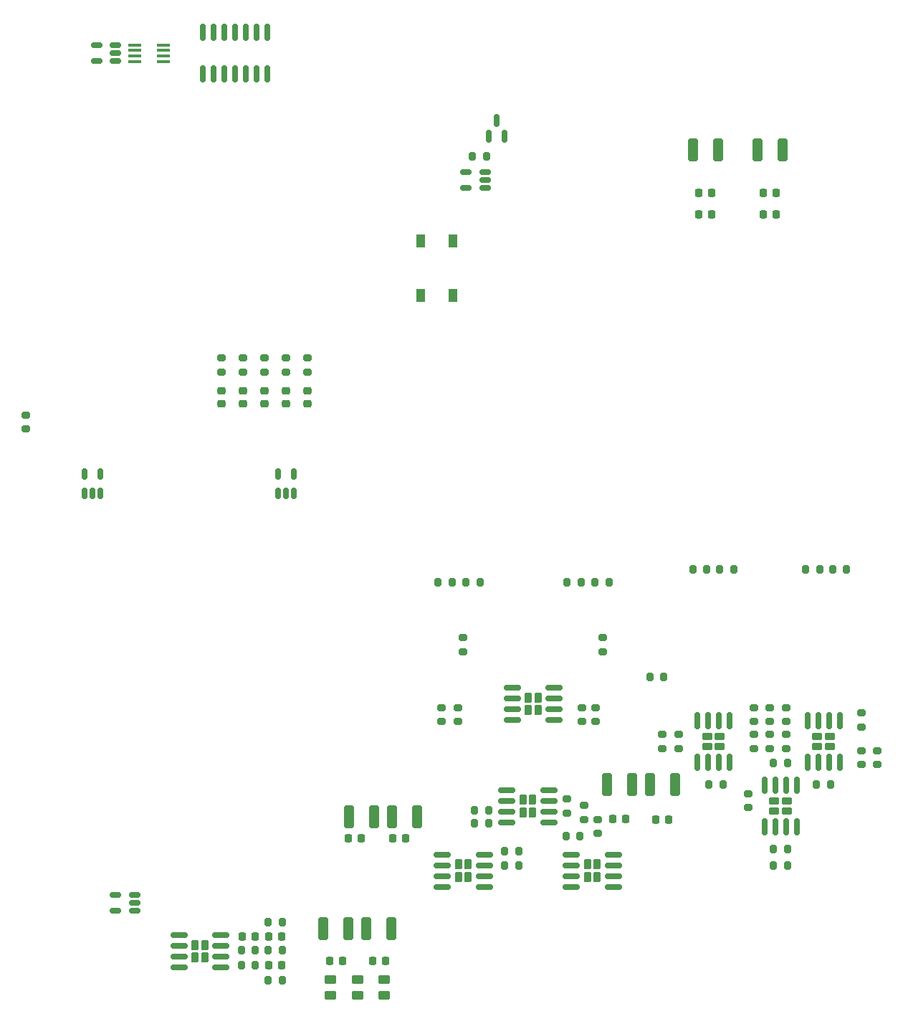
<source format=gbr>
%TF.GenerationSoftware,KiCad,Pcbnew,(6.0.4)*%
%TF.CreationDate,2022-04-16T00:48:39-07:00*%
%TF.ProjectId,main_board,6d61696e-5f62-46f6-9172-642e6b696361,rev?*%
%TF.SameCoordinates,PX48ab840PYb340ac0*%
%TF.FileFunction,Paste,Top*%
%TF.FilePolarity,Positive*%
%FSLAX46Y46*%
G04 Gerber Fmt 4.6, Leading zero omitted, Abs format (unit mm)*
G04 Created by KiCad (PCBNEW (6.0.4)) date 2022-04-16 00:48:39*
%MOMM*%
%LPD*%
G01*
G04 APERTURE LIST*
G04 Aperture macros list*
%AMRoundRect*
0 Rectangle with rounded corners*
0 $1 Rounding radius*
0 $2 $3 $4 $5 $6 $7 $8 $9 X,Y pos of 4 corners*
0 Add a 4 corners polygon primitive as box body*
4,1,4,$2,$3,$4,$5,$6,$7,$8,$9,$2,$3,0*
0 Add four circle primitives for the rounded corners*
1,1,$1+$1,$2,$3*
1,1,$1+$1,$4,$5*
1,1,$1+$1,$6,$7*
1,1,$1+$1,$8,$9*
0 Add four rect primitives between the rounded corners*
20,1,$1+$1,$2,$3,$4,$5,0*
20,1,$1+$1,$4,$5,$6,$7,0*
20,1,$1+$1,$6,$7,$8,$9,0*
20,1,$1+$1,$8,$9,$2,$3,0*%
G04 Aperture macros list end*
%ADD10RoundRect,0.200000X-0.200000X-0.275000X0.200000X-0.275000X0.200000X0.275000X-0.200000X0.275000X0*%
%ADD11RoundRect,0.150000X0.512500X0.150000X-0.512500X0.150000X-0.512500X-0.150000X0.512500X-0.150000X0*%
%ADD12RoundRect,0.200000X0.200000X0.275000X-0.200000X0.275000X-0.200000X-0.275000X0.200000X-0.275000X0*%
%ADD13RoundRect,0.250000X-0.325000X-1.100000X0.325000X-1.100000X0.325000X1.100000X-0.325000X1.100000X0*%
%ADD14RoundRect,0.225000X-0.225000X-0.250000X0.225000X-0.250000X0.225000X0.250000X-0.225000X0.250000X0*%
%ADD15RoundRect,0.200000X0.275000X-0.200000X0.275000X0.200000X-0.275000X0.200000X-0.275000X-0.200000X0*%
%ADD16RoundRect,0.230000X-0.230000X-0.375000X0.230000X-0.375000X0.230000X0.375000X-0.230000X0.375000X0*%
%ADD17RoundRect,0.150000X-0.825000X-0.150000X0.825000X-0.150000X0.825000X0.150000X-0.825000X0.150000X0*%
%ADD18RoundRect,0.200000X-0.275000X0.200000X-0.275000X-0.200000X0.275000X-0.200000X0.275000X0.200000X0*%
%ADD19RoundRect,0.150000X0.150000X-0.825000X0.150000X0.825000X-0.150000X0.825000X-0.150000X-0.825000X0*%
%ADD20RoundRect,0.230000X0.230000X0.375000X-0.230000X0.375000X-0.230000X-0.375000X0.230000X-0.375000X0*%
%ADD21RoundRect,0.150000X0.825000X0.150000X-0.825000X0.150000X-0.825000X-0.150000X0.825000X-0.150000X0*%
%ADD22R,1.600000X0.300000*%
%ADD23RoundRect,0.250000X0.325000X1.100000X-0.325000X1.100000X-0.325000X-1.100000X0.325000X-1.100000X0*%
%ADD24RoundRect,0.150000X0.150000X-0.512500X0.150000X0.512500X-0.150000X0.512500X-0.150000X-0.512500X0*%
%ADD25RoundRect,0.230000X-0.375000X0.230000X-0.375000X-0.230000X0.375000X-0.230000X0.375000X0.230000X0*%
%ADD26RoundRect,0.150000X-0.150000X0.825000X-0.150000X-0.825000X0.150000X-0.825000X0.150000X0.825000X0*%
%ADD27RoundRect,0.218750X0.256250X-0.218750X0.256250X0.218750X-0.256250X0.218750X-0.256250X-0.218750X0*%
%ADD28RoundRect,0.150000X0.150000X-0.587500X0.150000X0.587500X-0.150000X0.587500X-0.150000X-0.587500X0*%
%ADD29RoundRect,0.250000X-0.450000X0.262500X-0.450000X-0.262500X0.450000X-0.262500X0.450000X0.262500X0*%
%ADD30RoundRect,0.225000X0.225000X0.250000X-0.225000X0.250000X-0.225000X-0.250000X0.225000X-0.250000X0*%
%ADD31R,1.000000X1.600000*%
%ADD32RoundRect,0.250000X0.450000X-0.262500X0.450000X0.262500X-0.450000X0.262500X-0.450000X-0.262500X0*%
G04 APERTURE END LIST*
D10*
%TO.C,R51*%
X64453000Y51816000D03*
X66103000Y51816000D03*
%TD*%
%TO.C,R50*%
X61151000Y51816000D03*
X62801000Y51816000D03*
%TD*%
%TO.C,R49*%
X49213000Y51816000D03*
X50863000Y51816000D03*
%TD*%
%TO.C,R48*%
X45911000Y51816000D03*
X47561000Y51816000D03*
%TD*%
D11*
%TO.C,U17*%
X7807500Y113350000D03*
X7807500Y114300000D03*
X7807500Y115250000D03*
X5532500Y115250000D03*
X5532500Y113350000D03*
%TD*%
D12*
%TO.C,R5*%
X51879000Y24892000D03*
X50229000Y24892000D03*
%TD*%
D13*
%TO.C,C20*%
X65835000Y27940000D03*
X68785000Y27940000D03*
%TD*%
D10*
%TO.C,R34*%
X90615000Y27940000D03*
X92265000Y27940000D03*
%TD*%
D14*
%TO.C,C6*%
X22720991Y10033000D03*
X24270991Y10033000D03*
%TD*%
D15*
%TO.C,R14*%
X48870006Y43625000D03*
X48870006Y45275000D03*
%TD*%
D16*
%TO.C,U7*%
X57695006Y38215000D03*
X56555006Y36715000D03*
X56555006Y38215000D03*
X57695006Y36715000D03*
D17*
X54650006Y39370000D03*
X54650006Y38100000D03*
X54650006Y36830000D03*
X54650006Y35560000D03*
X59600006Y35560000D03*
X59600006Y36830000D03*
X59600006Y38100000D03*
X59600006Y39370000D03*
%TD*%
D18*
%TO.C,R28*%
X72390000Y33845000D03*
X72390000Y32195000D03*
%TD*%
D19*
%TO.C,U15*%
X18100000Y111825000D03*
X19370000Y111825000D03*
X20640000Y111825000D03*
X21910000Y111825000D03*
X23180000Y111825000D03*
X24450000Y111825000D03*
X25720000Y111825000D03*
X25720000Y116775000D03*
X24450000Y116775000D03*
X23180000Y116775000D03*
X21910000Y116775000D03*
X20640000Y116775000D03*
X19370000Y116775000D03*
X18100000Y116775000D03*
%TD*%
D10*
%TO.C,R35*%
X85535000Y30480000D03*
X87185000Y30480000D03*
%TD*%
%TO.C,R16*%
X89345000Y53340000D03*
X90995000Y53340000D03*
%TD*%
D20*
%TO.C,U14*%
X17210000Y9005000D03*
X18350000Y9005000D03*
X18350000Y7505000D03*
X17210000Y7505000D03*
D21*
X20255000Y6350000D03*
X20255000Y7620000D03*
X20255000Y8890000D03*
X20255000Y10160000D03*
X15305000Y10160000D03*
X15305000Y8890000D03*
X15305000Y7620000D03*
X15305000Y6350000D03*
%TD*%
D14*
%TO.C,C12*%
X76695000Y95250000D03*
X78245000Y95250000D03*
%TD*%
D22*
%TO.C,U18*%
X13450000Y113325000D03*
X13450000Y113975000D03*
X13450000Y114625000D03*
X13450000Y115275000D03*
X10050000Y115275000D03*
X10050000Y114625000D03*
X10050000Y113975000D03*
X10050000Y113325000D03*
%TD*%
D23*
%TO.C,C18*%
X40375000Y10960000D03*
X37425000Y10960000D03*
%TD*%
D24*
%TO.C,U9*%
X4130000Y62362500D03*
X5080000Y62362500D03*
X6030000Y62362500D03*
X6030000Y64637500D03*
X4130000Y64637500D03*
%TD*%
D15*
%TO.C,R44*%
X30480000Y76645000D03*
X30480000Y78295000D03*
%TD*%
D25*
%TO.C,U5*%
X87110000Y24830000D03*
X85610000Y24830000D03*
X85610000Y25970000D03*
X87110000Y25970000D03*
D26*
X88265000Y27875000D03*
X86995000Y27875000D03*
X85725000Y27875000D03*
X84455000Y27875000D03*
X84455000Y22925000D03*
X85725000Y22925000D03*
X86995000Y22925000D03*
X88265000Y22925000D03*
%TD*%
D14*
%TO.C,C2*%
X40500000Y21590000D03*
X42050000Y21590000D03*
%TD*%
D15*
%TO.C,R11*%
X64516000Y35370000D03*
X64516000Y37020000D03*
%TD*%
D18*
%TO.C,R32*%
X82550000Y26860000D03*
X82550000Y25210000D03*
%TD*%
D16*
%TO.C,U2*%
X49440006Y18530000D03*
X48300006Y17030000D03*
X48300006Y18530000D03*
X49440006Y17030000D03*
D17*
X46395006Y19685000D03*
X46395006Y18415000D03*
X46395006Y17145000D03*
X46395006Y15875000D03*
X51345006Y15875000D03*
X51345006Y17145000D03*
X51345006Y18415000D03*
X51345006Y19685000D03*
%TD*%
D14*
%TO.C,C10*%
X84315000Y97790000D03*
X85865000Y97790000D03*
%TD*%
D13*
%TO.C,C14*%
X75995000Y102870000D03*
X78945000Y102870000D03*
%TD*%
D10*
%TO.C,R39*%
X25845000Y11684000D03*
X27495000Y11684000D03*
%TD*%
D16*
%TO.C,U3*%
X63540006Y18530000D03*
X63540006Y17030000D03*
X64680006Y17030000D03*
X64680006Y18530000D03*
D17*
X61635006Y19685000D03*
X61635006Y18415000D03*
X61635006Y17145000D03*
X61635006Y15875000D03*
X66585006Y15875000D03*
X66585006Y17145000D03*
X66585006Y18415000D03*
X66585006Y19685000D03*
%TD*%
D27*
%TO.C,D3*%
X20320000Y72872500D03*
X20320000Y74447500D03*
%TD*%
D14*
%TO.C,C5*%
X25895000Y10033000D03*
X27445000Y10033000D03*
%TD*%
D12*
%TO.C,R18*%
X80835000Y53340000D03*
X79185000Y53340000D03*
%TD*%
%TO.C,R43*%
X24320991Y6604000D03*
X22670991Y6604000D03*
%TD*%
D18*
%TO.C,R22*%
X85090000Y37020000D03*
X85090000Y35370000D03*
%TD*%
D10*
%TO.C,R37*%
X85535000Y20320000D03*
X87185000Y20320000D03*
%TD*%
D18*
%TO.C,R30*%
X83185000Y33845000D03*
X83185000Y32195000D03*
%TD*%
D14*
%TO.C,C13*%
X84315000Y95250000D03*
X85865000Y95250000D03*
%TD*%
D15*
%TO.C,R13*%
X65380006Y43625000D03*
X65380006Y45275000D03*
%TD*%
D24*
%TO.C,U8*%
X26990000Y62362500D03*
X27940000Y62362500D03*
X28890000Y62362500D03*
X28890000Y64637500D03*
X26990000Y64637500D03*
%TD*%
D27*
%TO.C,D4*%
X25400000Y72872500D03*
X25400000Y74447500D03*
%TD*%
D10*
%TO.C,R36*%
X77915000Y27940000D03*
X79565000Y27940000D03*
%TD*%
D15*
%TO.C,R8*%
X61087000Y24575000D03*
X61087000Y26225000D03*
%TD*%
%TO.C,R46*%
X25400000Y76645000D03*
X25400000Y78295000D03*
%TD*%
D14*
%TO.C,C8*%
X66535000Y23879988D03*
X68085000Y23879988D03*
%TD*%
D28*
%TO.C,Q1*%
X51882000Y104472500D03*
X53782000Y104472500D03*
X52832000Y106347500D03*
%TD*%
D27*
%TO.C,D2*%
X27940000Y72872500D03*
X27940000Y74447500D03*
%TD*%
D18*
%TO.C,R31*%
X83185000Y37020000D03*
X83185000Y35370000D03*
%TD*%
D14*
%TO.C,C1*%
X35279995Y21590000D03*
X36829995Y21590000D03*
%TD*%
D18*
%TO.C,R10*%
X46330006Y37020000D03*
X46330006Y35370000D03*
%TD*%
D15*
%TO.C,R12*%
X62865000Y35370000D03*
X62865000Y37020000D03*
%TD*%
D10*
%TO.C,R1*%
X50229000Y23368000D03*
X51879000Y23368000D03*
%TD*%
D13*
%TO.C,C17*%
X40435000Y24130000D03*
X43385000Y24130000D03*
%TD*%
D29*
%TO.C,FB3*%
X33184998Y4887498D03*
X33184998Y3062498D03*
%TD*%
D18*
%TO.C,R25*%
X95885000Y31940000D03*
X95885000Y30290000D03*
%TD*%
D11*
%TO.C,U12*%
X10027500Y13020000D03*
X10027500Y13970000D03*
X10027500Y14920000D03*
X7752500Y14920000D03*
X7752500Y13020000D03*
%TD*%
D12*
%TO.C,R40*%
X27495000Y8382000D03*
X25845000Y8382000D03*
%TD*%
D18*
%TO.C,R15*%
X-2844800Y71564000D03*
X-2844800Y69914000D03*
%TD*%
%TO.C,R29*%
X74295000Y33845000D03*
X74295000Y32195000D03*
%TD*%
D12*
%TO.C,R4*%
X62674000Y21844000D03*
X61024000Y21844000D03*
%TD*%
D18*
%TO.C,R21*%
X95885000Y36385000D03*
X95885000Y34735000D03*
%TD*%
D13*
%TO.C,C16*%
X35355000Y24130000D03*
X38305000Y24130000D03*
%TD*%
D30*
%TO.C,C7*%
X27445000Y6604000D03*
X25895000Y6604000D03*
%TD*%
D10*
%TO.C,R17*%
X92520000Y53340000D03*
X94170000Y53340000D03*
%TD*%
%TO.C,R2*%
X53760006Y18415000D03*
X55410006Y18415000D03*
%TD*%
D15*
%TO.C,R9*%
X48235006Y35370000D03*
X48235006Y37020000D03*
%TD*%
D10*
%TO.C,R19*%
X76010000Y53340000D03*
X77660000Y53340000D03*
%TD*%
D12*
%TO.C,R41*%
X24320991Y8382000D03*
X22670991Y8382000D03*
%TD*%
%TO.C,R42*%
X27495000Y4826000D03*
X25845000Y4826000D03*
%TD*%
D15*
%TO.C,R7*%
X63119000Y23813000D03*
X63119000Y25463000D03*
%TD*%
D11*
%TO.C,U13*%
X51429500Y98364000D03*
X51429500Y99314000D03*
X51429500Y100264000D03*
X49154500Y100264000D03*
X49154500Y98364000D03*
%TD*%
D15*
%TO.C,R45*%
X27940000Y76645000D03*
X27940000Y78295000D03*
%TD*%
D14*
%TO.C,C11*%
X76695000Y97790000D03*
X78245000Y97790000D03*
%TD*%
D18*
%TO.C,R27*%
X86995000Y33845000D03*
X86995000Y32195000D03*
%TD*%
D30*
%TO.C,C4*%
X34594998Y7149998D03*
X33044998Y7149998D03*
%TD*%
D13*
%TO.C,C15*%
X83615000Y102870000D03*
X86565000Y102870000D03*
%TD*%
D18*
%TO.C,R24*%
X97790000Y31940000D03*
X97790000Y30290000D03*
%TD*%
D12*
%TO.C,R6*%
X55435000Y20066000D03*
X53785000Y20066000D03*
%TD*%
D23*
%TO.C,C19*%
X35295000Y10960000D03*
X32345000Y10960000D03*
%TD*%
D27*
%TO.C,D1*%
X30480000Y72872500D03*
X30480000Y74447500D03*
%TD*%
D30*
%TO.C,C3*%
X39674998Y7149998D03*
X38124998Y7149998D03*
%TD*%
D29*
%TO.C,FB1*%
X39534998Y4887498D03*
X39534998Y3062498D03*
%TD*%
D15*
%TO.C,R56*%
X20320000Y76645000D03*
X20320000Y78295000D03*
%TD*%
D12*
%TO.C,R20*%
X72580000Y40640000D03*
X70930000Y40640000D03*
%TD*%
D25*
%TO.C,U4*%
X79170011Y33590000D03*
X79170011Y32450000D03*
X77670011Y32450000D03*
X77670011Y33590000D03*
D26*
X80325011Y35495000D03*
X79055011Y35495000D03*
X77785011Y35495000D03*
X76515011Y35495000D03*
X76515011Y30545000D03*
X77785011Y30545000D03*
X79055011Y30545000D03*
X80325011Y30545000D03*
%TD*%
D14*
%TO.C,C9*%
X71615000Y23840008D03*
X73165000Y23840008D03*
%TD*%
D16*
%TO.C,U6*%
X55920006Y26150000D03*
X55920006Y24650000D03*
X57060006Y24650000D03*
X57060006Y26150000D03*
D17*
X54015006Y27305000D03*
X54015006Y26035000D03*
X54015006Y24765000D03*
X54015006Y23495000D03*
X58965006Y23495000D03*
X58965006Y24765000D03*
X58965006Y26035000D03*
X58965006Y27305000D03*
%TD*%
D15*
%TO.C,R3*%
X64770000Y22162000D03*
X64770000Y23812000D03*
%TD*%
%TO.C,R47*%
X22860000Y76645000D03*
X22860000Y78295000D03*
%TD*%
D13*
%TO.C,C21*%
X70915000Y27940000D03*
X73865000Y27940000D03*
%TD*%
D18*
%TO.C,R26*%
X85090000Y33845000D03*
X85090000Y32195000D03*
%TD*%
D25*
%TO.C,U1*%
X90690000Y33590000D03*
X90690000Y32450000D03*
X92190000Y33590000D03*
X92190000Y32450000D03*
D26*
X93345000Y35495000D03*
X92075000Y35495000D03*
X90805000Y35495000D03*
X89535000Y35495000D03*
X89535000Y30545000D03*
X90805000Y30545000D03*
X92075000Y30545000D03*
X93345000Y30545000D03*
%TD*%
D10*
%TO.C,R38*%
X49975000Y102108000D03*
X51625000Y102108000D03*
%TD*%
D31*
%TO.C,S1*%
X47620000Y92100000D03*
X47620000Y85700000D03*
X43820000Y92100000D03*
X43820000Y85700000D03*
%TD*%
D18*
%TO.C,R23*%
X86995000Y37020000D03*
X86995000Y35370000D03*
%TD*%
D12*
%TO.C,R33*%
X87185000Y18415000D03*
X85535000Y18415000D03*
%TD*%
D32*
%TO.C,FB2*%
X36359998Y3062498D03*
X36359998Y4887498D03*
%TD*%
D27*
%TO.C,D5*%
X22860000Y72872500D03*
X22860000Y74447500D03*
%TD*%
M02*

</source>
